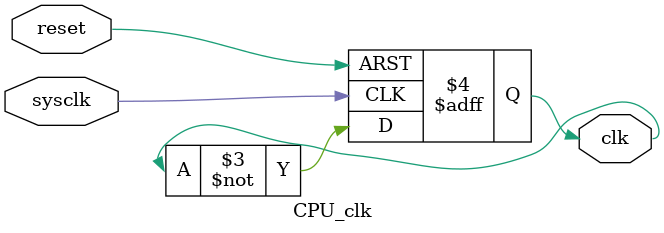
<source format=v>
module CPU_clk (sysclk, reset, clk);
input sysclk, reset;
output reg clk;

// Frequency Divider
always @(posedge sysclk or negedge reset) begin
	if(~reset)
		clk <= 0;
	else
		clk <= ~clk;
end

endmodule
</source>
